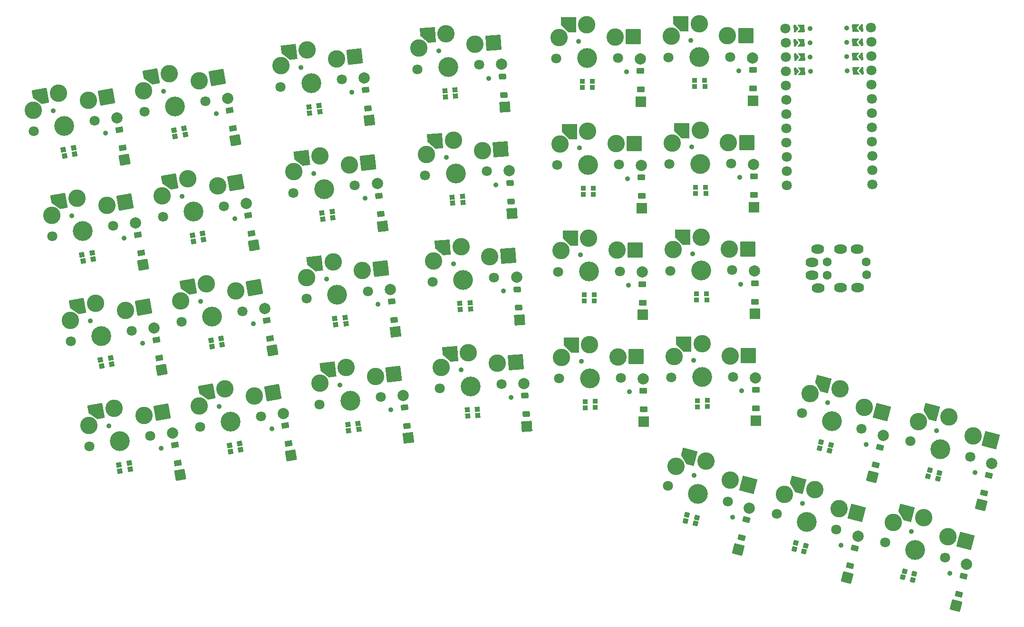
<source format=gbr>
%TF.GenerationSoftware,KiCad,Pcbnew,7.0.10-7.0.10~ubuntu22.04.1*%
%TF.CreationDate,2024-03-04T12:43:43-07:00*%
%TF.ProjectId,boardPcb,626f6172-6450-4636-922e-6b696361645f,v1.0.0*%
%TF.SameCoordinates,Original*%
%TF.FileFunction,Soldermask,Bot*%
%TF.FilePolarity,Negative*%
%FSLAX46Y46*%
G04 Gerber Fmt 4.6, Leading zero omitted, Abs format (unit mm)*
G04 Created by KiCad (PCBNEW 7.0.10-7.0.10~ubuntu22.04.1) date 2024-03-04 12:43:43*
%MOMM*%
%LPD*%
G01*
G04 APERTURE LIST*
G04 Aperture macros list*
%AMRoundRect*
0 Rectangle with rounded corners*
0 $1 Rounding radius*
0 $2 $3 $4 $5 $6 $7 $8 $9 X,Y pos of 4 corners*
0 Add a 4 corners polygon primitive as box body*
4,1,4,$2,$3,$4,$5,$6,$7,$8,$9,$2,$3,0*
0 Add four circle primitives for the rounded corners*
1,1,$1+$1,$2,$3*
1,1,$1+$1,$4,$5*
1,1,$1+$1,$6,$7*
1,1,$1+$1,$8,$9*
0 Add four rect primitives between the rounded corners*
20,1,$1+$1,$2,$3,$4,$5,0*
20,1,$1+$1,$4,$5,$6,$7,0*
20,1,$1+$1,$6,$7,$8,$9,0*
20,1,$1+$1,$8,$9,$2,$3,0*%
%AMHorizOval*
0 Thick line with rounded ends*
0 $1 width*
0 $2 $3 position (X,Y) of the first rounded end (center of the circle)*
0 $4 $5 position (X,Y) of the second rounded end (center of the circle)*
0 Add line between two ends*
20,1,$1,$2,$3,$4,$5,0*
0 Add two circle primitives to create the rounded ends*
1,1,$1,$2,$3*
1,1,$1,$4,$5*%
%AMFreePoly0*
4,1,14,1.335355,1.335355,1.350000,1.300000,1.350000,-1.300000,1.335355,-1.335355,1.300000,-1.350000,0.000000,-1.350000,-0.035355,-1.335355,-1.335355,-0.035355,-1.350000,0.000000,-1.350000,1.300000,-1.335355,1.335355,-1.300000,1.350000,1.300000,1.350000,1.335355,1.335355,1.335355,1.335355,$1*%
%AMFreePoly1*
4,1,16,-0.214645,0.660355,-0.210957,0.656235,0.289043,0.031235,0.299694,-0.005522,0.289043,-0.031235,-0.210957,-0.656235,-0.244478,-0.674694,-0.250000,-0.675000,-0.500000,-0.675000,-0.535355,-0.660355,-0.550000,-0.625000,-0.550000,0.625000,-0.535355,0.660355,-0.500000,0.675000,-0.250000,0.675000,-0.214645,0.660355,-0.214645,0.660355,$1*%
%AMFreePoly2*
4,1,16,0.535355,0.660355,0.550000,0.625000,0.550000,-0.625000,0.535355,-0.660355,0.500000,-0.675000,-0.650000,-0.675000,-0.685355,-0.660355,-0.700000,-0.625000,-0.689043,-0.593765,-0.214031,0.000000,-0.689043,0.593765,-0.699694,0.630522,-0.681235,0.664043,-0.650000,0.675000,0.500000,0.675000,0.535355,0.660355,0.535355,0.660355,$1*%
G04 Aperture macros list end*
%ADD10RoundRect,0.050000X1.029867X-0.721121X0.721121X1.029867X-1.029867X0.721121X-0.721121X-1.029867X0*%
%ADD11RoundRect,0.050000X0.669026X-0.338975X0.512743X0.547352X-0.669026X0.338975X-0.512743X-0.547352X0*%
%ADD12C,2.005000*%
%ADD13RoundRect,0.102000X-0.426485X-0.251219X0.251219X-0.426485X0.426485X0.251219X-0.251219X0.426485X0*%
%ADD14RoundRect,0.050000X0.896724X-0.881208X0.881208X0.896724X-0.896724X0.881208X-0.881208X-0.896724X0*%
%ADD15RoundRect,0.050000X0.603904X-0.444747X0.596050X0.455219X-0.603904X0.444747X-0.596050X-0.455219X0*%
%ADD16C,1.801800*%
%ADD17C,3.100000*%
%ADD18C,3.529000*%
%ADD19FreePoly0,10.000000*%
%ADD20C,0.900000*%
%ADD21RoundRect,0.050000X-1.054507X-1.505993X1.505993X-1.054507X1.054507X1.505993X-1.505993X1.054507X0*%
%ADD22FreePoly0,7.000000*%
%ADD23RoundRect,0.050000X-1.131880X-1.448740X1.448740X-1.131880X1.131880X1.448740X-1.448740X1.131880X0*%
%ADD24RoundRect,0.102000X-0.283906X-0.405460X0.405460X-0.283906X0.283906X0.405460X-0.405460X0.283906X0*%
%ADD25FreePoly0,4.000000*%
%ADD26RoundRect,0.050000X-1.206150X-1.387517X1.387517X-1.206150X1.206150X1.387517X-1.387517X1.206150X0*%
%ADD27RoundRect,0.050000X0.948848X-0.824821X0.824821X0.948848X-0.948848X0.824821X-0.824821X-0.948848X0*%
%ADD28RoundRect,0.050000X0.629929X-0.407050X0.567148X0.490758X-0.629929X0.407050X-0.567148X-0.490758X0*%
%ADD29RoundRect,0.102000X-0.304737X-0.390045X0.390045X-0.304737X0.304737X0.390045X-0.390045X0.304737X0*%
%ADD30C,1.600000*%
%ADD31HorizOval,1.700000X-0.299989X-0.002618X0.299989X0.002618X0*%
%ADD32RoundRect,0.102000X-0.346932X-0.353041X0.353041X-0.346932X0.346932X0.353041X-0.353041X0.346932X0*%
%ADD33RoundRect,0.050000X0.638095X-1.083271X1.083271X0.638095X-0.638095X1.083271X-1.083271X-0.638095X0*%
%ADD34RoundRect,0.050000X0.468218X-0.585894X0.693560X0.285438X-0.468218X0.585894X-0.693560X-0.285438X0*%
%ADD35RoundRect,0.102000X-0.324733X-0.373562X0.373562X-0.324733X0.324733X0.373562X-0.373562X0.324733X0*%
%ADD36FreePoly0,0.500000*%
%ADD37RoundRect,0.050000X-1.288606X-1.311295X1.311295X-1.288606X1.288606X1.311295X-1.311295X1.288606X0*%
%ADD38FreePoly0,345.500000*%
%ADD39RoundRect,0.050000X-1.584086X-0.933098X0.933098X-1.584086X1.584086X0.933098X-0.933098X1.584086X0*%
%ADD40RoundRect,0.050000X0.990715X-0.774032X0.774032X0.990715X-0.990715X0.774032X-0.774032X-0.990715X0*%
%ADD41RoundRect,0.050000X0.650369X-0.373524X0.540686X0.519767X-0.650369X0.373524X-0.540686X-0.519767X0*%
%ADD42HorizOval,1.800000X0.000000X0.000000X0.000000X0.000000X0*%
%ADD43FreePoly1,0.500000*%
%ADD44FreePoly2,0.500000*%
%ADD45HorizOval,1.800000X0.000000X0.000000X0.000000X0.000000X0*%
%ADD46FreePoly2,180.500000*%
%ADD47FreePoly1,180.500000*%
G04 APERTURE END LIST*
D10*
%TO.C,D7*%
X156846153Y-143757958D03*
D11*
X156471072Y-141630773D03*
X155898034Y-138380907D03*
D12*
X155522953Y-136253722D03*
%TD*%
D13*
%TO.C,REF\u002A\u002A*%
X254882209Y-198281444D03*
X255157627Y-197216482D03*
X253385917Y-196758286D03*
X253110499Y-197823248D03*
%TD*%
D14*
%TO.C,D23*%
X245968971Y-136941398D03*
D15*
X245950122Y-134781480D03*
X245921324Y-131481606D03*
D12*
X245902475Y-129321688D03*
%TD*%
D16*
%TO.C,S7*%
X140717844Y-138671332D03*
D17*
X140559068Y-134891479D03*
X145101080Y-131856661D03*
D18*
X146134287Y-137716267D03*
D17*
X150407145Y-133154997D03*
D16*
X151550730Y-136761202D03*
D19*
X141875835Y-132425359D03*
D20*
X144136131Y-135022316D03*
X153462062Y-138962749D03*
D21*
X153632390Y-132586299D03*
%TD*%
D16*
%TO.C,S9*%
X168575213Y-172096389D03*
D17*
X168614476Y-168313407D03*
X173309094Y-165520458D03*
D18*
X174034217Y-171426108D03*
D17*
X178539938Y-167094713D03*
D16*
X179493221Y-170755827D03*
D22*
X170058506Y-165919580D03*
D20*
X172179790Y-168631274D03*
X181286713Y-173054388D03*
D23*
X181790526Y-166695591D03*
%TD*%
D16*
%TO.C,S2*%
X124321004Y-160855643D03*
D17*
X124162228Y-157075790D03*
X128704240Y-154040972D03*
D18*
X129737447Y-159900578D03*
D17*
X134010305Y-155339308D03*
D16*
X135153890Y-158945513D03*
D19*
X125478995Y-154609670D03*
D20*
X127739291Y-157206627D03*
X137065222Y-161147060D03*
D21*
X137235550Y-154770610D03*
%TD*%
D24*
%TO.C,REF\u002A\u002A*%
X131550200Y-164911930D03*
X131359187Y-163828642D03*
X129556988Y-164146418D03*
X129748001Y-165229706D03*
%TD*%
D16*
%TO.C,S14*%
X188688664Y-150263110D03*
D17*
X188925859Y-146487366D03*
X193760215Y-143943943D03*
D18*
X194175266Y-149879449D03*
D17*
X198901499Y-145789801D03*
D16*
X199661868Y-149495788D03*
D25*
X190493193Y-144172395D03*
D20*
X192469651Y-146991392D03*
X201332606Y-151885064D03*
D26*
X202168522Y-145561349D03*
%TD*%
D16*
%TO.C,S11*%
X163944178Y-134379635D03*
D17*
X163983441Y-130596653D03*
X168678059Y-127803704D03*
D18*
X169403182Y-133709354D03*
D17*
X173908903Y-129377959D03*
D16*
X174862186Y-133039073D03*
D22*
X165427471Y-128202826D03*
D20*
X167548755Y-130914520D03*
X176655678Y-135337634D03*
D23*
X177159491Y-128978837D03*
%TD*%
D27*
%TO.C,D15*%
X202871549Y-138054021D03*
D28*
X202720875Y-135899283D03*
X202490679Y-132607321D03*
D12*
X202340005Y-130452583D03*
%TD*%
D29*
%TO.C,REF\u002A\u002A*%
X170951176Y-138808711D03*
X170817120Y-137716910D03*
X169000760Y-137939931D03*
X169134816Y-139031732D03*
%TD*%
D30*
%TO.C,TRRS1*%
X265954519Y-146657363D03*
X258954785Y-146718449D03*
X265974590Y-148957275D03*
X258974856Y-149018361D03*
D31*
X256254888Y-146742010D03*
X256274959Y-149041923D03*
X257334775Y-144432499D03*
X257394988Y-151332236D03*
X261334623Y-144397593D03*
X261394836Y-151297330D03*
X264334509Y-144371413D03*
X264394722Y-151271150D03*
%TD*%
D24*
%TO.C,REF\u002A\u002A*%
X154545670Y-180150314D03*
X154354657Y-179067026D03*
X152552458Y-179384802D03*
X152743471Y-180468090D03*
%TD*%
D32*
%TO.C,REF\u002A\u002A*%
X217196916Y-115631667D03*
X217187317Y-114531709D03*
X215357386Y-114547679D03*
X215366985Y-115647637D03*
%TD*%
D27*
%TO.C,D16*%
X201546176Y-119100304D03*
D28*
X201395502Y-116945566D03*
X201165306Y-113653604D03*
D12*
X201014632Y-111498866D03*
%TD*%
D14*
%TO.C,D17*%
X226301341Y-175114482D03*
D15*
X226282492Y-172954564D03*
X226253694Y-169654690D03*
D12*
X226234845Y-167494772D03*
%TD*%
D10*
%TO.C,D5*%
X163444784Y-181180653D03*
D11*
X163069703Y-179053468D03*
X162496665Y-175803602D03*
D12*
X162121584Y-173676417D03*
%TD*%
D16*
%TO.C,S10*%
X166259695Y-153238012D03*
D17*
X166298958Y-149455030D03*
X170993576Y-146662081D03*
D18*
X171718699Y-152567731D03*
D17*
X176224420Y-148236336D03*
D16*
X177177703Y-151897450D03*
D22*
X167742988Y-147061203D03*
D20*
X169864272Y-149772897D03*
X178971195Y-154196011D03*
D23*
X179475008Y-147837214D03*
%TD*%
D32*
%TO.C,REF\u002A\u002A*%
X217528524Y-153630220D03*
X217518925Y-152530262D03*
X215688994Y-152546232D03*
X215698593Y-153646190D03*
%TD*%
D33*
%TO.C,D29*%
X286406611Y-189959579D03*
D34*
X286947432Y-187868380D03*
X287773686Y-184673492D03*
D12*
X288314507Y-182582293D03*
%TD*%
D24*
%TO.C,REF\u002A\u002A*%
X124951569Y-127489236D03*
X124760556Y-126405948D03*
X122958357Y-126723724D03*
X123149370Y-127807012D03*
%TD*%
D35*
%TO.C,REF\u002A\u002A*%
X192803512Y-117145399D03*
X192726780Y-116048079D03*
X190901238Y-116175733D03*
X190977970Y-117273053D03*
%TD*%
D16*
%TO.C,S17*%
X211233757Y-167435677D03*
D17*
X211701014Y-163681456D03*
X216681625Y-161437908D03*
D18*
X216733548Y-167387681D03*
D17*
X221700633Y-163594191D03*
D16*
X222233339Y-167339685D03*
D36*
X213406750Y-161466487D03*
D20*
X215207426Y-164400885D03*
X223755098Y-169826500D03*
D37*
X224975508Y-163565612D03*
%TD*%
D16*
%TO.C,S20*%
X210736345Y-110437848D03*
D17*
X211203602Y-106683627D03*
X216184213Y-104440079D03*
D18*
X216236136Y-110389852D03*
D17*
X221203221Y-106596362D03*
D16*
X221735927Y-110341856D03*
D36*
X212909338Y-104468658D03*
D20*
X214710014Y-107403056D03*
X223257686Y-112828671D03*
D37*
X224478096Y-106567783D03*
%TD*%
D10*
%TO.C,D6*%
X160145469Y-162469306D03*
D11*
X159770388Y-160342121D03*
X159197350Y-157092255D03*
D12*
X158822269Y-154965070D03*
%TD*%
D13*
%TO.C,REF\u002A\u002A*%
X259373083Y-180324008D03*
X259648501Y-179259046D03*
X257876791Y-178800850D03*
X257601373Y-179865812D03*
%TD*%
D24*
%TO.C,REF\u002A\u002A*%
X128250884Y-146200583D03*
X128059871Y-145117295D03*
X126257672Y-145435071D03*
X126448685Y-146518359D03*
%TD*%
D32*
%TO.C,REF\u002A\u002A*%
X217362720Y-134630943D03*
X217353121Y-133530985D03*
X215523190Y-133546955D03*
X215532789Y-134646913D03*
%TD*%
D16*
%TO.C,S29*%
X273839864Y-178642645D03*
D17*
X275262863Y-175137281D03*
X280654437Y-174259257D03*
D18*
X279164676Y-180019735D03*
D17*
X284944339Y-177641081D03*
D16*
X284489488Y-181396825D03*
D38*
X277483754Y-173439262D03*
D20*
X278463595Y-176739722D03*
X285315759Y-184192764D03*
D39*
X288115023Y-178461076D03*
%TD*%
D24*
%TO.C,REF\u002A\u002A*%
X151246355Y-161438967D03*
X151055342Y-160355679D03*
X149253143Y-160673455D03*
X149444156Y-161756743D03*
%TD*%
%TO.C,REF\u002A\u002A*%
X144647724Y-124016272D03*
X144456711Y-122932984D03*
X142654512Y-123250760D03*
X142845525Y-124334048D03*
%TD*%
D16*
%TO.C,S25*%
X230623084Y-186584881D03*
D17*
X232046083Y-183079517D03*
X237437657Y-182201493D03*
D18*
X235947896Y-187961971D03*
D17*
X241727559Y-185583317D03*
D16*
X241272708Y-189339061D03*
D38*
X234266974Y-181381498D03*
D20*
X235246815Y-184681958D03*
X242098979Y-192135000D03*
D39*
X244898243Y-186403312D03*
%TD*%
D16*
%TO.C,S13*%
X190014037Y-169216827D03*
D17*
X190251232Y-165441083D03*
X195085588Y-162897660D03*
D18*
X195500639Y-168833166D03*
D17*
X200226872Y-164743518D03*
D16*
X200987241Y-168449505D03*
D25*
X191818566Y-163126112D03*
D20*
X193795024Y-165945109D03*
X202657979Y-170838781D03*
D26*
X203493895Y-164515066D03*
%TD*%
D13*
%TO.C,REF\u002A\u002A*%
X235519256Y-193273844D03*
X235794674Y-192208882D03*
X234022964Y-191750686D03*
X233747546Y-192815648D03*
%TD*%
D10*
%TO.C,D1*%
X143748629Y-184653616D03*
D11*
X143373548Y-182526431D03*
X142800510Y-179276565D03*
D12*
X142425429Y-177149380D03*
%TD*%
D14*
%TO.C,D18*%
X226135537Y-156115205D03*
D15*
X226116688Y-153955287D03*
X226087890Y-150655413D03*
D12*
X226069041Y-148495495D03*
%TD*%
D16*
%TO.C,S4*%
X117722374Y-123432948D03*
D17*
X117563598Y-119653095D03*
X122105610Y-116618277D03*
D18*
X123138817Y-122477883D03*
D17*
X127411675Y-117916613D03*
D16*
X128555260Y-121522818D03*
D19*
X118880365Y-117186975D03*
D20*
X121140661Y-119783932D03*
X130466592Y-123724365D03*
D21*
X130636920Y-117347915D03*
%TD*%
D40*
%TO.C,D10*%
X182099687Y-159161758D03*
D41*
X181836449Y-157017858D03*
X181434281Y-153742456D03*
D12*
X181171043Y-151598556D03*
%TD*%
D16*
%TO.C,S18*%
X211067953Y-148436401D03*
D17*
X211535210Y-144682180D03*
X216515821Y-142438632D03*
D18*
X216567744Y-148388405D03*
D17*
X221534829Y-144594915D03*
D16*
X222067535Y-148340409D03*
D36*
X213240946Y-142467211D03*
D20*
X215041622Y-145401609D03*
X223589294Y-150827224D03*
D37*
X224809704Y-144566336D03*
%TD*%
D10*
%TO.C,D2*%
X140449314Y-165942269D03*
D11*
X140074233Y-163815084D03*
X139501195Y-160565218D03*
D12*
X139126114Y-158438033D03*
%TD*%
D24*
%TO.C,REF\u002A\u002A*%
X134849515Y-183623278D03*
X134658502Y-182539990D03*
X132856303Y-182857766D03*
X133047316Y-183941054D03*
%TD*%
D40*
%TO.C,D9*%
X184415205Y-178020135D03*
D41*
X184151967Y-175876235D03*
X183749799Y-172600833D03*
D12*
X183486561Y-170456933D03*
%TD*%
D33*
%TO.C,D26*%
X262552784Y-202909414D03*
D34*
X263093605Y-200818215D03*
X263919859Y-197623327D03*
D12*
X264460680Y-195532128D03*
%TD*%
D32*
%TO.C,REF\u002A\u002A*%
X237693567Y-172454965D03*
X237683968Y-171355007D03*
X235854037Y-171370977D03*
X235863636Y-172470935D03*
%TD*%
D16*
%TO.C,S27*%
X269348990Y-196600081D03*
D17*
X270771989Y-193094717D03*
X276163563Y-192216693D03*
D18*
X274673802Y-197977171D03*
D17*
X280453465Y-195598517D03*
D16*
X279998614Y-199354261D03*
D38*
X272992880Y-191396698D03*
D20*
X273972721Y-194697158D03*
X280824885Y-202150200D03*
D39*
X283624149Y-196418512D03*
%TD*%
D10*
%TO.C,D4*%
X133850683Y-128519575D03*
D11*
X133475602Y-126392390D03*
X132902564Y-123142524D03*
D12*
X132527483Y-121015339D03*
%TD*%
D16*
%TO.C,S3*%
X121021689Y-142144296D03*
D17*
X120862913Y-138364443D03*
X125404925Y-135329625D03*
D18*
X126438132Y-141189231D03*
D17*
X130710990Y-136627961D03*
D16*
X131854575Y-140234166D03*
D19*
X122179680Y-135898323D03*
D20*
X124439976Y-138495280D03*
X133765907Y-142435713D03*
D21*
X133936235Y-136059263D03*
%TD*%
D35*
%TO.C,REF\u002A\u002A*%
X194128885Y-136099116D03*
X194052153Y-135001796D03*
X192226611Y-135129450D03*
X192303343Y-136226770D03*
%TD*%
D24*
%TO.C,REF\u002A\u002A*%
X147947039Y-142727619D03*
X147756026Y-141644331D03*
X145953827Y-141962107D03*
X146144840Y-143045395D03*
%TD*%
D16*
%TO.C,S21*%
X231232996Y-167261146D03*
D17*
X231700253Y-163506925D03*
X236680864Y-161263377D03*
D18*
X236732787Y-167213150D03*
D17*
X241699872Y-163419660D03*
D16*
X242232578Y-167165154D03*
D36*
X233405989Y-161291956D03*
D20*
X235206665Y-164226354D03*
X243754337Y-169651969D03*
D37*
X244974747Y-163391081D03*
%TD*%
D29*
%TO.C,REF\u002A\u002A*%
X173266693Y-157667088D03*
X173132637Y-156575287D03*
X171316277Y-156798308D03*
X171450333Y-157890109D03*
%TD*%
D14*
%TO.C,D21*%
X246300579Y-174939951D03*
D15*
X246281730Y-172780033D03*
X246252932Y-169480159D03*
D12*
X246234083Y-167320241D03*
%TD*%
D42*
%TO.C,*%
X251571417Y-105111296D03*
D43*
X253571341Y-105093843D03*
D44*
X254416309Y-105086469D03*
D20*
X255929252Y-105073266D03*
D42*
X251593583Y-107651199D03*
D43*
X253593507Y-107633746D03*
D44*
X254438475Y-107626372D03*
D20*
X255951417Y-107613169D03*
D42*
X251615748Y-110191103D03*
D43*
X253615672Y-110173650D03*
D44*
X254460640Y-110166276D03*
D20*
X255973582Y-110153072D03*
D42*
X251637914Y-112731006D03*
D43*
X253637837Y-112713553D03*
D44*
X254482805Y-112706179D03*
D20*
X255995748Y-112692976D03*
D42*
X251660079Y-115270909D03*
X251682244Y-117810813D03*
X251704410Y-120350716D03*
X251726575Y-122890619D03*
X251748741Y-125430522D03*
X251770906Y-127970426D03*
X251793071Y-130510329D03*
X251815237Y-133050232D03*
D45*
X267054657Y-132917240D03*
X267032491Y-130377337D03*
X267010326Y-127837433D03*
X266988160Y-125297530D03*
X266965995Y-122757627D03*
X266943830Y-120217723D03*
X266921664Y-117677820D03*
X266899499Y-115137917D03*
D20*
X262519499Y-112636044D03*
D46*
X264032442Y-112622841D03*
D47*
X264877410Y-112615467D03*
D45*
X266877333Y-112598014D03*
D20*
X262497334Y-110096141D03*
D46*
X264010276Y-110082937D03*
D47*
X264855244Y-110075563D03*
D45*
X266855168Y-110058110D03*
D20*
X262475168Y-107556237D03*
D46*
X263988111Y-107543034D03*
D47*
X264833079Y-107535660D03*
D45*
X266833003Y-107518207D03*
D20*
X262453003Y-105016334D03*
D46*
X263965945Y-105003131D03*
D47*
X264810913Y-104995757D03*
D45*
X266810837Y-104978304D03*
%TD*%
D14*
%TO.C,D20*%
X225803928Y-118116652D03*
D15*
X225785079Y-115956734D03*
X225756281Y-112656860D03*
D12*
X225737432Y-110496942D03*
%TD*%
D40*
%TO.C,D12*%
X177468652Y-121445004D03*
D41*
X177205414Y-119301104D03*
X176803246Y-116025702D03*
D12*
X176540008Y-113881802D03*
%TD*%
D29*
%TO.C,REF\u002A\u002A*%
X175582211Y-176525465D03*
X175448155Y-175433664D03*
X173631795Y-175656685D03*
X173765851Y-176748486D03*
%TD*%
D10*
%TO.C,D8*%
X153546838Y-125046611D03*
D11*
X153171757Y-122919426D03*
X152598719Y-119669560D03*
D12*
X152223638Y-117542375D03*
%TD*%
D16*
%TO.C,S23*%
X230901387Y-129262593D03*
D17*
X231368644Y-125508372D03*
X236349255Y-123264824D03*
D18*
X236401178Y-129214597D03*
D17*
X241368263Y-125421107D03*
D16*
X241900969Y-129166601D03*
D36*
X233074380Y-123293403D03*
D20*
X234875056Y-126227801D03*
X243422728Y-131653416D03*
D37*
X244643138Y-125392528D03*
%TD*%
D32*
%TO.C,REF\u002A\u002A*%
X237361958Y-134456412D03*
X237352359Y-133356454D03*
X235522428Y-133372424D03*
X235532027Y-134472382D03*
%TD*%
D29*
%TO.C,REF\u002A\u002A*%
X168635658Y-119950334D03*
X168501602Y-118858533D03*
X166685242Y-119081554D03*
X166819298Y-120173355D03*
%TD*%
D32*
%TO.C,REF\u002A\u002A*%
X217694328Y-172629496D03*
X217684729Y-171529538D03*
X215854798Y-171545508D03*
X215864397Y-172645466D03*
%TD*%
D16*
%TO.C,S16*%
X186037918Y-112355676D03*
D17*
X186275113Y-108579932D03*
X191109469Y-106036509D03*
D18*
X191524520Y-111972015D03*
D17*
X196250753Y-107882367D03*
D16*
X197011122Y-111588354D03*
D25*
X187842447Y-106264961D03*
D20*
X189818905Y-109083958D03*
X198681860Y-113977630D03*
D26*
X199517776Y-107653915D03*
%TD*%
D14*
%TO.C,D19*%
X225969732Y-137115929D03*
D15*
X225950883Y-134956011D03*
X225922085Y-131656137D03*
D12*
X225903236Y-129496219D03*
%TD*%
D16*
%TO.C,S19*%
X210902149Y-129437124D03*
D17*
X211369406Y-125682903D03*
X216350017Y-123439355D03*
D18*
X216401940Y-129389128D03*
D17*
X221369025Y-125595638D03*
D16*
X221901731Y-129341132D03*
D36*
X213075142Y-123467934D03*
D20*
X214875818Y-126402332D03*
X223423490Y-131827947D03*
D37*
X224643900Y-125567059D03*
%TD*%
D14*
%TO.C,D24*%
X245803167Y-117942121D03*
D15*
X245784318Y-115782203D03*
X245755520Y-112482329D03*
D12*
X245736671Y-110322411D03*
%TD*%
D14*
%TO.C,D22*%
X246134775Y-155940674D03*
D15*
X246115926Y-153780756D03*
X246087128Y-150480882D03*
D12*
X246068279Y-148320964D03*
%TD*%
D32*
%TO.C,REF\u002A\u002A*%
X237527762Y-153455689D03*
X237518163Y-152355731D03*
X235688232Y-152371701D03*
X235697831Y-153471659D03*
%TD*%
D16*
%TO.C,S12*%
X161628660Y-115521258D03*
D17*
X161667923Y-111738276D03*
X166362541Y-108945327D03*
D18*
X167087664Y-114850977D03*
D17*
X171593385Y-110519582D03*
D16*
X172546668Y-114180696D03*
D22*
X163111953Y-109344449D03*
D20*
X165233237Y-112056143D03*
X174340160Y-116479257D03*
D23*
X174843973Y-110120460D03*
%TD*%
D27*
%TO.C,D14*%
X204196922Y-157007738D03*
D28*
X204046248Y-154853000D03*
X203816052Y-151561038D03*
D12*
X203665378Y-149406300D03*
%TD*%
D27*
%TO.C,D13*%
X205522295Y-175961455D03*
D28*
X205371621Y-173806717D03*
X205141425Y-170514755D03*
D12*
X204990751Y-168360017D03*
%TD*%
D40*
%TO.C,D11*%
X179784170Y-140303381D03*
D41*
X179520932Y-138159481D03*
X179118764Y-134884079D03*
D12*
X178855526Y-132740179D03*
%TD*%
D16*
%TO.C,S6*%
X144017159Y-157382679D03*
D17*
X143858383Y-153602826D03*
X148400395Y-150568008D03*
D18*
X149433602Y-156427614D03*
D17*
X153706460Y-151866344D03*
D16*
X154850045Y-155472549D03*
D19*
X145175150Y-151136706D03*
D20*
X147435446Y-153733663D03*
X156761377Y-157674096D03*
D21*
X156931705Y-151297646D03*
%TD*%
D33*
%TO.C,D25*%
X243189831Y-197901814D03*
D34*
X243730652Y-195810615D03*
X244556906Y-192615727D03*
D12*
X245097727Y-190524528D03*
%TD*%
D13*
%TO.C,REF\u002A\u002A*%
X274245162Y-203289044D03*
X274520580Y-202224082D03*
X272748870Y-201765886D03*
X272473452Y-202830848D03*
%TD*%
D16*
%TO.C,S22*%
X231067192Y-148261870D03*
D17*
X231534449Y-144507649D03*
X236515060Y-142264101D03*
D18*
X236566983Y-148213874D03*
D17*
X241534068Y-144420384D03*
D16*
X242066774Y-148165878D03*
D36*
X233240185Y-142292680D03*
D20*
X235040861Y-145227078D03*
X243588533Y-150652693D03*
D37*
X244808943Y-144391805D03*
%TD*%
D16*
%TO.C,S5*%
X147316475Y-176094027D03*
D17*
X147157699Y-172314174D03*
X151699711Y-169279356D03*
D18*
X152732918Y-175138962D03*
D17*
X157005776Y-170577692D03*
D16*
X158149361Y-174183897D03*
D19*
X148474466Y-169848054D03*
D20*
X150734762Y-172445011D03*
X160060693Y-176385444D03*
D21*
X160231021Y-170008994D03*
%TD*%
D13*
%TO.C,REF\u002A\u002A*%
X278736036Y-185331608D03*
X279011454Y-184266646D03*
X277239744Y-183808450D03*
X276964326Y-184873412D03*
%TD*%
D33*
%TO.C,D27*%
X281915737Y-207917014D03*
D34*
X282456558Y-205825815D03*
X283282812Y-202630927D03*
D12*
X283823633Y-200539728D03*
%TD*%
D35*
%TO.C,REF\u002A\u002A*%
X196779631Y-174006550D03*
X196702899Y-172909230D03*
X194877357Y-173036884D03*
X194954089Y-174134204D03*
%TD*%
%TO.C,REF\u002A\u002A*%
X195454258Y-155052833D03*
X195377526Y-153955513D03*
X193551984Y-154083167D03*
X193628716Y-155180487D03*
%TD*%
D16*
%TO.C,S24*%
X230735583Y-110263317D03*
D17*
X231202840Y-106509096D03*
X236183451Y-104265548D03*
D18*
X236235374Y-110215321D03*
D17*
X241202459Y-106421831D03*
D16*
X241735165Y-110167325D03*
D36*
X232908576Y-104294127D03*
D20*
X234709252Y-107228525D03*
X243256924Y-112654140D03*
D37*
X244477334Y-106393252D03*
%TD*%
D32*
%TO.C,REF\u002A\u002A*%
X237196154Y-115457136D03*
X237186555Y-114357178D03*
X235356624Y-114373148D03*
X235366223Y-115473106D03*
%TD*%
D16*
%TO.C,S1*%
X127620320Y-179566990D03*
D17*
X127461544Y-175787137D03*
X132003556Y-172752319D03*
D18*
X133036763Y-178611925D03*
D17*
X137309621Y-174050655D03*
D16*
X138453206Y-177656860D03*
D19*
X128778311Y-173321017D03*
D20*
X131038607Y-175917974D03*
X140364538Y-179858407D03*
D21*
X140534866Y-173481957D03*
%TD*%
D16*
%TO.C,S26*%
X249986037Y-191592481D03*
D17*
X251409036Y-188087117D03*
X256800610Y-187209093D03*
D18*
X255310849Y-192969571D03*
D17*
X261090512Y-190590917D03*
D16*
X260635661Y-194346661D03*
D38*
X253629927Y-186389098D03*
D20*
X254609768Y-189689558D03*
X261461932Y-197142600D03*
D39*
X264261196Y-191410912D03*
%TD*%
D10*
%TO.C,D3*%
X137149998Y-147230922D03*
D11*
X136774917Y-145103737D03*
X136201879Y-141853871D03*
D12*
X135826798Y-139726686D03*
%TD*%
D16*
%TO.C,S15*%
X187363291Y-131309393D03*
D17*
X187600486Y-127533649D03*
X192434842Y-124990226D03*
D18*
X192849893Y-130925732D03*
D17*
X197576126Y-126836084D03*
D16*
X198336495Y-130542071D03*
D25*
X189167820Y-125218678D03*
D20*
X191144278Y-128037675D03*
X200007233Y-132931347D03*
D26*
X200843149Y-126607632D03*
%TD*%
D16*
%TO.C,S8*%
X137418529Y-119959985D03*
D17*
X137259753Y-116180132D03*
X141801765Y-113145314D03*
D18*
X142834972Y-119004920D03*
D17*
X147107830Y-114443650D03*
D16*
X148251415Y-118049855D03*
D19*
X138576520Y-113714012D03*
D20*
X140836816Y-116310969D03*
X150162747Y-120251402D03*
D21*
X150333075Y-113874952D03*
%TD*%
D33*
%TO.C,D28*%
X267043658Y-184951979D03*
D34*
X267584479Y-182860780D03*
X268410733Y-179665892D03*
D12*
X268951554Y-177574693D03*
%TD*%
D16*
%TO.C,S28*%
X254476911Y-173635045D03*
D17*
X255899910Y-170129681D03*
X261291484Y-169251657D03*
D18*
X259801723Y-175012135D03*
D17*
X265581386Y-172633481D03*
D16*
X265126535Y-176389225D03*
D38*
X258120801Y-168431662D03*
D20*
X259100642Y-171732122D03*
X265952806Y-179185164D03*
D39*
X268752070Y-173453476D03*
%TD*%
M02*

</source>
